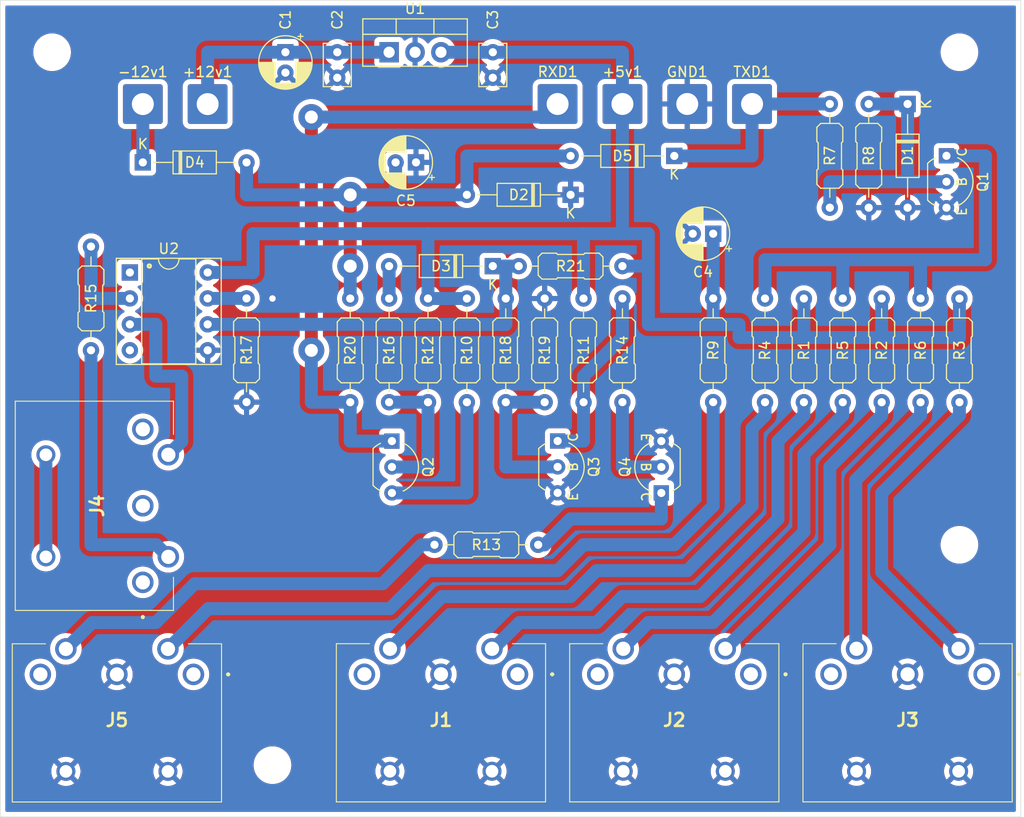
<source format=kicad_pcb>
(kicad_pcb (version 20241229) (generator "pcbnew") (generator_version "9.0")
  (title_block (comment 4 "AISLER Project ID: TXHNPXDB"))
  (layers (0 "F.Cu" signal) (2 "B.Cu" signal) (13 "F.Paste" user) (15 "B.Paste" user) (5 "F.SilkS" user "F.Silkscreen") (7 "B.SilkS" user "B.Silkscreen") (1 "F.Mask" user) (3 "B.Mask" user) (25 "Edge.Cuts" user))
  (net 0 "")
  (net 1 "Net-(D1-K)")
  (net 4 "Net-(J1-Pad5)")
  (net 5 "Net-(J1-Pad4)")
  (net 6 "Net-(J2-Pad5)")
  (net 7 "Net-(J2-Pad4)")
  (net 11 "Net-(J3-Pad5)")
  (net 12 "Net-(J3-Pad4)")
  (net 16 "Net-(J4-Pad4)")
  (net 18 "Net-(-12v1-Pin_1)")
  (net 20 "Net-(J5-Pad4)")
  (net 22 "Net-(J5-Pad5)")
  (net 23 "Net-(Q1-C)")
  (net 24 "Net-(Q2-B)")
  (net 25 "Net-(Q3-C)")
  (net 26 "Net-(Q3-B)")
  (net 27 "Net-(Q4-B)")
  (net 28 "Net-(Q4-C)")
  (net 29 "Net-(U2-C2)")
  (net 30 "Net-(Q2-E)")
  (net 31 "Net-(U2-C1)")
  (net 32 "Net-(D3-A)")
  (net 33 "Net-(U2-VO1)")
  (net 34 "+5V")
  (net 35 "Net-(Q2-C)")
  (net 36 "Net-(D2-A)")
  (net 37 "GND")
  (net 38 "Net-(J4-PadMH1)")
  (net 39 "Net-(+12v1-Pin_1)")
  (net 42 "Net-(D3-K)")
  (net 43 "Net-(D5-K)")
  (footprint "PCM_Resistor_THT_AKL:R_Axial_DIN0207_L6.3mm_D2.5mm_P10.16mm_Horizontal" (layer "F.Cu") (at 58.42 52.07 90)
    (property "Reference" "R10" (at 5.08 0 90) (layer "F.SilkS"))
    (property "Value" "82R" (hide yes))
    (pad "1" thru_hole circle (at 0 0 90) (size 1.6 1.6) (drill 0.8) (layers "*.Cu" "*.Mask") (net 30 "Net-(Q2-E)"))
    (pad "2" thru_hole oval (at 10.16 0 90) (size 1.6 1.6) (drill 0.8) (layers "*.Cu" "*.Mask") (net 34 "+5V"))
  )
  (footprint "KCDX-5S-N:KCDX5SN" (layer "F.Cu") (at 31.63 78.74)
    (property "Reference" "J5" (at -7.5 4.475 0) (layer "F.SilkS") (effects (font (size 1.27 1.27) (thickness 0.254))))
    (property "Value" "DIN-5_180degree" (hide yes))
    (pad "1" thru_hole circle (at 0 0) (size 2.1 2.1) (drill 1.4) (layers "*.Cu" "*.Mask"))
    (pad "2" thru_hole circle (at -7.5 0) (size 2.1 2.1) (drill 1.4) (layers "*.Cu" "*.Mask") (net 37 "GND"))
    (pad "3" thru_hole circle (at -15 0) (size 2.1 2.1) (drill 1.4) (layers "*.Cu" "*.Mask"))
    (pad "4" thru_hole circle (at -2.5 -2.5) (size 2.1 2.1) (drill 1.4) (layers "*.Cu" "*.Mask") (net 20 "Net-(J5-Pad4)"))
    (pad "5" thru_hole circle (at -12.5 -2.5) (size 2.1 2.1) (drill 1.4) (layers "*.Cu" "*.Mask") (net 22 "Net-(J5-Pad5)"))
    (pad "MH1" thru_hole circle (at -2.5 9.5) (size 1.86 1.86) (drill 1.24) (layers "*.Cu" "*.Mask") (net 37 "GND"))
    (pad "MH2" thru_hole circle (at -12.5 9.5) (size 1.86 1.86) (drill 1.24) (layers "*.Cu" "*.Mask") (net 37 "GND"))
  )
  (footprint "Connector_Wire:SolderWire-1.5sqmm_1x01_D1.7mm_OD3.9mm" (layer "F.Cu") (at 73.66 22.85)
    (property "Reference" "+5v1" (at 0 -3.15 0) (layer "F.SilkS"))
    (property "Value" "Conn_01x01")
    (pad "1" thru_hole roundrect (at 0 0) (size 3.9 3.9) (drill 2.15) (layers "*.Cu" "*.Mask") (roundrect_rratio 0.064103) (net 34 "+5V"))
  )
  (footprint "MountingHole:MountingHole_3.2mm_M3" (layer "F.Cu") (at 106.68 17.78)
    (property "Reference" "H2" (hide yes))
    (property "Value" "MountingHole" (hide yes))
    (pad "" np_thru_hole circle (at 0 0) (size 3.2 3.2) (drill 3.2) (layers "*.Cu" "*.Mask"))
  )
  (footprint "KCDX-5S-N:KCDX5SN" (layer "F.Cu") (at 109.1 78.73)
    (property "Reference" "J3" (at -7.5 4.475 0) (layer "F.SilkS") (effects (font (size 1.27 1.27) (thickness 0.254))))
    (property "Value" "DIN-5_180degree" (hide yes))
    (pad "1" thru_hole circle (at 0 0) (size 2.1 2.1) (drill 1.4) (layers "*.Cu" "*.Mask"))
    (pad "2" thru_hole circle (at -7.5 0) (size 2.1 2.1) (drill 1.4) (layers "*.Cu" "*.Mask") (net 37 "GND"))
    (pad "3" thru_hole circle (at -15 0) (size 2.1 2.1) (drill 1.4) (layers "*.Cu" "*.Mask"))
    (pad "4" thru_hole circle (at -2.5 -2.5) (size 2.1 2.1) (drill 1.4) (layers "*.Cu" "*.Mask") (net 12 "Net-(J3-Pad4)"))
    (pad "5" thru_hole circle (at -12.5 -2.5) (size 2.1 2.1) (drill 1.4) (layers "*.Cu" "*.Mask") (net 11 "Net-(J3-Pad5)"))
    (pad "MH1" thru_hole circle (at -2.5 9.5) (size 1.86 1.86) (drill 1.24) (layers "*.Cu" "*.Mask") (net 37 "GND"))
    (pad "MH2" thru_hole circle (at -12.5 9.5) (size 1.86 1.86) (drill 1.24) (layers "*.Cu" "*.Mask") (net 37 "GND"))
  )
  (footprint "PCM_Resistor_THT_AKL:R_Axial_DIN0207_L6.3mm_D2.5mm_P10.16mm_Horizontal" (layer "F.Cu") (at 87.63 52.07 90)
    (property "Reference" "R4" (at 5.08 0 90) (layer "F.SilkS"))
    (property "Value" "220R" (hide yes))
    (pad "1" thru_hole circle (at 0 0 90) (size 1.6 1.6) (drill 0.8) (layers "*.Cu" "*.Mask") (net 4 "Net-(J1-Pad5)"))
    (pad "2" thru_hole oval (at 10.16 0 90) (size 1.6 1.6) (drill 0.8) (layers "*.Cu" "*.Mask") (net 23 "Net-(Q1-C)"))
  )
  (footprint "Connector_Wire:SolderWire-1.5sqmm_1x01_D1.7mm_OD3.9mm" (layer "F.Cu") (at 33.02 22.86)
    (property "Reference" "+12v1" (at 0 -3.15 0) (layer "F.SilkS"))
    (property "Value" "Conn_01x01")
    (pad "1" thru_hole roundrect (at 0 0) (size 3.9 3.9) (drill 2.15) (layers "*.Cu" "*.Mask") (roundrect_rratio 0.064103) (net 39 "Net-(+12v1-Pin_1)"))
  )
  (footprint "Package_TO_SOT_THT:TO-220-3_Vertical" (layer "F.Cu") (at 50.8 17.78)
    (property "Reference" "U1" (at 2.54 -4.27 0) (layer "F.SilkS"))
    (property "Value" "L7805")
    (pad "1" thru_hole rect (at 0 0) (size 1.905 2) (drill 1.1) (layers "*.Cu" "*.Mask") (net 39 "Net-(+12v1-Pin_1)"))
    (pad "2" thru_hole oval (at 2.54 0) (size 1.905 2) (drill 1.1) (layers "*.Cu" "*.Mask") (net 37 "GND"))
    (pad "3" thru_hole oval (at 5.08 0) (size 1.905 2) (drill 1.1) (layers "*.Cu" "*.Mask") (net 34 "+5V"))
  )
  (footprint "PCM_Package_TO_SOT_THT_AKL:TO-92_Inline_Wide_CBE" (layer "F.Cu") (at 67.31 55.87 -90)
    (property "Reference" "Q3" (at 2.54 -3.56 90) (layer "F.SilkS"))
    (property "Value" "BC547" (hide yes))
    (fp_text user "B" (at 2.54 -1.524 90) (layer "F.SilkS") (effects (font (size 0.9 0.9))))
    (fp_text user "E" (at 5.461 -1.524 90) (layer "F.SilkS") (effects (font (size 0.9 0.9))))
    (fp_text user "C" (at -0.381 -1.524 90) (layer "F.SilkS") (effects (font (size 0.9 0.9))))
    (pad "1" thru_hole rect (at 0 0) (size 1.5 1.5) (drill 0.8) (layers "*.Cu" "*.Mask") (net 25 "Net-(Q3-C)"))
    (pad "2" thru_hole circle (at 2.54 0) (size 1.5 1.5) (drill 0.8) (layers "*.Cu" "*.Mask") (net 26 "Net-(Q3-B)"))
    (pad "3" thru_hole circle (at 5.08 0) (size 1.5 1.5) (drill 0.8) (layers "*.Cu" "*.Mask") (net 37 "GND"))
  )
  (footprint "PCM_Resistor_THT_AKL:R_Axial_DIN0207_L6.3mm_D2.5mm_P10.16mm_Horizontal" (layer "F.Cu") (at 65.405 66.04 180)
    (property "Reference" "R13" (at 5.08 0 0) (layer "F.SilkS"))
    (property "Value" "220R" (hide yes))
    (pad "1" thru_hole circle (at 0 0 180) (size 1.6 1.6) (drill 0.8) (layers "*.Cu" "*.Mask") (net 28 "Net-(Q4-C)"))
    (pad "2" thru_hole oval (at 10.16 0 180) (size 1.6 1.6) (drill 0.8) (layers "*.Cu" "*.Mask") (net 22 "Net-(J5-Pad5)"))
  )
  (footprint "PCM_Resistor_THT_AKL:R_Axial_DIN0207_L6.3mm_D2.5mm_P10.16mm_Horizontal" (layer "F.Cu") (at 50.8 52.07 90)
    (property "Reference" "R16" (at 5.08 0 90) (layer "F.SilkS"))
    (property "Value" "2k7" (hide yes))
    (pad "1" thru_hole circle (at 0 0 90) (size 1.6 1.6) (drill 0.8) (layers "*.Cu" "*.Mask") (net 24 "Net-(Q2-B)"))
    (pad "2" thru_hole oval (at 10.16 0 90) (size 1.6 1.6) (drill 0.8) (layers "*.Cu" "*.Mask") (net 32 "Net-(D3-A)"))
  )
  (footprint "Capacitor_THT:CP_Radial_D5.0mm_P2.00mm" (layer "F.Cu") (at 82.55 35.56 180)
    (property "Reference" "C4" (at 1 -3.75 0) (layer "F.SilkS"))
    (property "Value" "10µ 25v")
    (pad "1" thru_hole rect (at 0 0 180) (size 1.6 1.6) (drill 0.8) (layers "*.Cu" "*.Mask") (net 34 "+5V"))
    (pad "2" thru_hole circle (at 2 0 180) (size 1.6 1.6) (drill 0.8) (layers "*.Cu" "*.Mask") (net 37 "GND"))
  )
  (footprint "PCM_Resistor_THT_AKL:R_Axial_DIN0207_L6.3mm_D2.5mm_P10.16mm_Horizontal" (layer "F.Cu") (at 93.98 33.01 90)
    (property "Reference" "R7" (at 5.08 0 90) (layer "F.SilkS"))
    (property "Value" "5k6" (hide yes))
    (pad "1" thru_hole circle (at 0 0 90) (size 1.6 1.6) (drill 0.8) (layers "*.Cu" "*.Mask") (net 1 "Net-(D1-K)"))
    (pad "2" thru_hole oval (at 10.16 0 90) (size 1.6 1.6) (drill 0.8) (layers "*.Cu" "*.Mask") (net 43 "Net-(D5-K)"))
  )
  (footprint "Connector_Wire:SolderWire-1.5sqmm_1x01_D1.7mm_OD3.9mm" (layer "F.Cu") (at 26.67 22.86)
    (property "Reference" "-12v1" (at 0 -3.15 0) (layer "F.SilkS"))
    (property "Value" "Conn_01x01")
    (pad "1" thru_hole roundrect (at 0 0) (size 3.9 3.9) (drill 2.15) (layers "*.Cu" "*.Mask") (roundrect_rratio 0.064103) (net 18 "Net-(-12v1-Pin_1)"))
  )
  (footprint "Diode_THT:D_DO-35_SOD27_P10.16mm_Horizontal" (layer "F.Cu") (at 26.67 28.575)
    (property "Reference" "D4" (at 5.08 0 0) (layer "F.SilkS"))
    (property "Value" "1N4148")
    (fp_text user "K" (at 0 -1.8 0) (layer "F.SilkS"))
    (pad "1" thru_hole rect (at 0 0) (size 1.6 1.6) (drill 0.8) (layers "*.Cu" "*.Mask") (net 18 "Net-(-12v1-Pin_1)"))
    (pad "2" thru_hole oval (at 10.16 0) (size 1.6 1.6) (drill 0.8) (layers "*.Cu" "*.Mask") (net 36 "Net-(D2-A)"))
  )
  (footprint "PCM_Resistor_THT_AKL:R_Axial_DIN0207_L6.3mm_D2.5mm_P10.16mm_Horizontal" (layer "F.Cu") (at 91.44 41.91 -90)
    (property "Reference" "R1" (at 5.08 0 270) (layer "F.SilkS"))
    (property "Value" "220R" (hide yes))
    (pad "1" thru_hole circle (at 0 0 270) (size 1.6 1.6) (drill 0.8) (layers "*.Cu" "*.Mask") (net 34 "+5V"))
    (pad "2" thru_hole oval (at 10.16 0 270) (size 1.6 1.6) (drill 0.8) (layers "*.Cu" "*.Mask") (net 5 "Net-(J1-Pad4)"))
  )
  (footprint "PCM_Resistor_THT_AKL:R_Axial_DIN0207_L6.3mm_D2.5mm_P10.16mm_Horizontal" (layer "F.Cu") (at 102.87 52.07 90)
    (property "Reference" "R6" (at 5.08 0 90) (layer "F.SilkS"))
    (property "Value" "220R" (hide yes))
    (pad "1" thru_hole circle (at 0 0 90) (size 1.6 1.6) (drill 0.8) (layers "*.Cu" "*.Mask") (net 11 "Net-(J3-Pad5)"))
    (pad "2" thru_hole oval (at 10.16 0 90) (size 1.6 1.6) (drill 0.8) (layers "*.Cu" "*.Mask") (net 23 "Net-(Q1-C)"))
  )
  (footprint "Capacitor_THT:C_Rect_L4.0mm_W2.5mm_P2.50mm" (layer "F.Cu") (at 45.72 17.78 -90)
    (property "Reference" "C2" (at -3.175 0 90) (layer "F.SilkS"))
    (property "Value" "100nF")
    (pad "1" thru_hole circle (at 0 0 270) (size 1.6 1.6) (drill 0.8) (layers "*.Cu" "*.Mask") (net 39 "Net-(+12v1-Pin_1)"))
    (pad "2" thru_hole circle (at 2.5 0 270) (size 1.6 1.6) (drill 0.8) (layers "*.Cu" "*.Mask") (net 37 "GND"))
  )
  (footprint "Diode_THT:D_DO-35_SOD27_P10.16mm_Horizontal" (layer "F.Cu") (at 78.74 27.94 180)
    (property "Reference" "D5" (at 5.08 0 0) (layer "F.SilkS"))
    (property "Value" "1N4148")
    (fp_text user "K" (at 0 -1.8 0) (layer "F.SilkS"))
    (pad "1" thru_hole rect (at 0 0 180) (size 1.6 1.6) (drill 0.8) (layers "*.Cu" "*.Mask") (net 43 "Net-(D5-K)"))
    (pad "2" thru_hole oval (at 10.16 0 180) (size 1.6 1.6) (drill 0.8) (layers "*.Cu" "*.Mask") (net 36 "Net-(D2-A)"))
  )
  (footprint "PCM_Resistor_THT_AKL:R_Axial_DIN0207_L6.3mm_D2.5mm_P10.16mm_Horizontal" (layer "F.Cu") (at 106.68 41.91 -90)
    (property "Reference" "R3" (at 5.08 0 270) (layer "F.SilkS"))
    (property "Value" "220R" (hide yes))
    (pad "1" thru_hole circle (at 0 0 270) (size 1.6 1.6) (drill 0.8) (layers "*.Cu" "*.Mask") (net 34 "+5V"))
    (pad "2" thru_hole oval (at 10.16 0 270) (size 1.6 1.6) (drill 0.8) (layers "*.Cu" "*.Mask") (net 12 "Net-(J3-Pad4)"))
  )
  (footprint "Capacitor_THT:C_Rect_L4.0mm_W2.5mm_P2.50mm" (layer "F.Cu") (at 60.96 17.78 -90)
    (property "Reference" "C3" (at -3.175 0 90) (layer "F.SilkS"))
    (property "Value" "100nF")
    (pad "1" thru_hole circle (at 0 0 270) (size 1.6 1.6) (drill 0.8) (layers "*.Cu" "*.Mask") (net 34 "+5V"))
    (pad "2" thru_hole circle (at 2.5 0 270) (size 1.6 1.6) (drill 0.8) (layers "*.Cu" "*.Mask") (net 37 "GND"))
  )
  (footprint "Diode_THT:D_DO-35_SOD27_P10.16mm_Horizontal" (layer "F.Cu") (at 101.6 22.85 -90)
    (property "Reference" "D1" (at 5.08 0 270) (layer "F.SilkS"))
    (property "Value" "1N4148")
    (fp_text user "K" (at 0 -1.8 270) (layer "F.SilkS"))
    (pad "1" thru_hole rect (at 0 0 270) (size 1.6 1.6) (drill 0.8) (layers "*.Cu" "*.Mask") (net 1 "Net-(D1-K)"))
    (pad "2" thru_hole oval (at 10.16 0 270) (size 1.6 1.6) (drill 0.8) (layers "*.Cu" "*.Mask") (net 37 "GND"))
  )
  (footprint "PCM_Package_TO_SOT_THT_AKL:TO-92_Inline_Wide_CBE" (layer "F.Cu") (at 105.41 27.93 -90)
    (property "Reference" "Q1" (at 2.54 -3.56 90) (layer "F.SilkS"))
    (property "Value" "BC547" (hide yes))
    (fp_text user "B" (at 2.54 -1.524 90) (layer "F.SilkS") (effects (font (size 0.9 0.9))))
    (fp_text user "C" (at -0.381 -1.524 90) (layer "F.SilkS") (effects (font (size 0.9 0.9))))
    (fp_text user "E" (at 5.461 -1.524 90) (layer "F.SilkS") (effects (font (size 0.9 0.9))))
    (pad "1" thru_hole rect (at 0 0) (size 1.5 1.5) (drill 0.8) (layers "*.Cu" "*.Mask") (net 23 "Net-(Q1-C)"))
    (pad "2" thru_hole circle (at 2.54 0) (size 1.5 1.5) (drill 0.8) (layers "*.Cu" "*.Mask") (net 1 "Net-(D1-K)"))
    (pad "3" thru_hole circle (at 5.08 0) (size 1.5 1.5) (drill 0.8) (layers "*.Cu" "*.Mask") (net 37 "GND"))
  )
  (footprint "Package_TO_SOT_THT:TO-92_Inline_Wide" (layer "F.Cu") (at 51.075 55.88 -90)
    (property "Reference" "Q2" (at 2.54 -3.56 270) (layer "F.SilkS"))
    (property "Value" "BC557")
    (pad "1" thru_hole rect (at 0 0 270) (size 1.5 1.5) (drill 0.8) (layers "*.Cu" "*.Mask") (net 35 "Net-(Q2-C)"))
    (pad "2" thru_hole circle (at 2.54 0 270) (size 1.5 1.5) (drill 0.8) (layers "*.Cu" "*.Mask") (net 24 "Net-(Q2-B)"))
    (pad "3" thru_hole circle (at 5.08 0 270) (size 1.5 1.5) (drill 0.8) (layers "*.Cu" "*.Mask") (net 30 "Net-(Q2-E)"))
  )
  (footprint "Diode_THT:D_DO-35_SOD27_P10.16mm_Horizontal" (layer "F.Cu") (at 68.58 31.75 180)
    (property "Reference" "D2" (at 5.08 0 0) (layer "F.SilkS"))
    (property "Value" "1N4148")
    (fp_text user "K" (at 0 -1.8 0) (layer "F.SilkS"))
    (pad "1" thru_hole rect (at 0 0 180) (size 1.6 1.6) (drill 0.8) (layers "*.Cu" "*.Mask") (net 37 "GND"))
    (pad "2" thru_hole oval (at 10.16 0 180) (size 1.6 1.6) (drill 0.8) (layers "*.Cu" "*.Mask") (net 36 "Net-(D2-A)"))
  )
  (footprint "Diode_THT:D_DO-35_SOD27_P10.16mm_Horizontal" (layer "F.Cu") (at 60.96 38.735 180)
    (property "Reference" "D3" (at 5.08 0 180) (layer "F.SilkS"))
    (property "Value" "1N4148")
    (fp_text user "K" (at 0 -1.8 180) (layer "F.SilkS"))
    (pad "1" thru_hole rect (at 0 0 180) (size 1.6 1.6) (drill 0.8) (layers "*.Cu" "*.Mask") (net 42 "Net-(D3-K)"))
    (pad "2" thru_hole oval (at 10.16 0 180) (size 1.6 1.6) (drill 0.8) (layers "*.Cu" "*.Mask") (net 32 "Net-(D3-A)"))
  )
  (footprint "Connector_Wire:SolderWire-1.5sqmm_1x01_D1.7mm_OD3.9mm" (layer "F.Cu") (at 86.36 22.85)
    (property "Reference" "TXD1" (at 0 -3.15 0) (layer "F.SilkS"))
    (property "Value" "Conn_01x01")
    (pad "1" thru_hole roundrect (at 0 0) (size 3.9 3.9) (drill 2.15) (layers "*.Cu" "*.Mask") (roundrect_rratio 0.064103) (net 43 "Net-(D5-K)"))
  )
  (footprint "PCM_Resistor_THT_AKL:R_Axial_DIN0207_L6.3mm_D2.5mm_P10.16mm_Horizontal" (layer "F.Cu") (at 21.59 36.82 -90)
    (property "Reference" "R15" (at 5.08 0 90) (layer "F.SilkS"))
    (property "Value" "220R" (hide yes))
    (pad "1" thru_hole circle (at 0 0 270) (size 1.6 1.6) (drill 0.8) (layers "*.Cu" "*.Mask") (net 31 "Net-(U2-C1)"))
    (pad "2" thru_hole oval (at 10.16 0 270) (size 1.6 1.6) (drill 0.8) (layers "*.Cu" "*.Mask") (net 16 "Net-(J4-Pad4)"))
  )
  (footprint "Connector_Wire:SolderWire-1.5sqmm_1x01_D1.7mm_OD3.9mm" (layer "F.Cu") (at 80.01 22.85)
    (property "Reference" "GND1" (at 0 -3.15 0) (layer "F.SilkS"))
    (property "Value" "Conn_01x01")
    (pad "1" thru_hole roundrect (at 0 0) (size 3.9 3.9) (drill 2.15) (layers "*.Cu" "*.Mask") (roundrect_rratio 0.064103) (net 37 "GND"))
  )
  (footprint "PCM_Resistor_THT_AKL:R_Axial_DIN0207_L6.3mm_D2.5mm_P10.16mm_Horizontal" (layer "F.Cu") (at 69.85 41.91 -90)
    (property "Reference" "R11" (at 5.08 0 270) (layer "F.SilkS"))
    (property "Value" "3k9" (hide yes))
    (pad "1" thru_hole circle (at 0 0 270) (size 1.6 1.6) (drill 0.8) (layers "*.Cu" "*.Mask") (net 34 "+5V"))
    (pad "2" thru_hole oval (at 10.16 0 270) (size 1.6 1.6) (drill 0.8) (layers "*.Cu" "*.Mask") (net 25 "Net-(Q3-C)"))
  )
  (footprint "MountingHole:MountingHole_3.2mm_M3" (layer "F.Cu") (at 106.68 66.04)
    (property "Reference" "H4" (hide yes))
    (property "Value" "MountingHole" (hide yes))
    (pad "" np_thru_hole circle (at 0 0) (size 3.2 3.2) (drill 3.2) (layers "*.Cu" "*.Mask"))
  )
  (footprint "PCM_Resistor_THT_AKL:R_Axial_DIN0207_L6.3mm_D2.5mm_P10.16mm_Horizontal" (layer "F.Cu") (at 73.66 41.9 -90)
    (property "Reference" "R14" (at 5.08 0 90) (layer "F.SilkS"))
    (property "Value" "4k7" (hide yes))
    (pad "1" thru_hole circle (at 0 0 270) (size 1.6 1.6) (drill 0.8) (layers "*.Cu" "*.Mask") (net 25 "Net-(Q3-C)"))
    (pad "2" thru_hole oval (at 10.16 0 270) (size 1.6 1.6) (drill 0.8) (layers "*.Cu" "*.Mask") (net 27 "Net-(Q4-B)"))
  )
  (footprint "PCM_Resistor_THT_AKL:R_Axial_DIN0207_L6.3mm_D2.5mm_P10.16mm_Horizontal" (layer "F.Cu") (at 97.79 22.85 -90)
    (property "Reference" "R8" (at 5.08 0 270) (layer "F.SilkS"))
    (property "Value" "1k8" (hide yes))
    (pad "1" thru_hole circle (at 0 0 270) (size 1.6 1.6) (drill 0.8) (layers "*.Cu" "*.Mask") (net 1 "Net-(D1-K)"))
    (pad "2" thru_hole oval (at 10.16 0 270) (size 1.6 1.6) (drill 0.8) (layers "*.Cu" "*.Mask") (net 37 "GND"))
  )
  (footprint "PCM_Resistor_THT_AKL:R_Axial_DIN0207_L6.3mm_D2.5mm_P10.16mm_Horizontal" (layer "F.Cu") (at 95.25 52.07 90)
    (property "Reference" "R5" (at 5.08 0 90) (layer "F.SilkS"))
    (property "Value" "220R" (hide yes))
    (pad "1" thru_hole circle (at 0 0 90) (size 1.6 1.6) (drill 0.8) (layers "*.Cu" "*.Mask") (net 6 "Net-(J2-Pad5)"))
    (pad "2" thru_hole oval (at 10.16 0 90) (size 1.6 1.6) (drill 0.8) (layers "*.Cu" "*.Mask") (net 23 "Net-(Q1-C)"))
  )
  (footprint "PCM_Resistor_THT_AKL:R_Axial_DIN0207_L6.3mm_D2.5mm_P10.16mm_Horizontal" (layer "F.Cu") (at 73.66 38.735 180)
    (property "Reference" "R21" (at 5.08 0 0) (layer "F.SilkS"))
    (property "Value" "1k5" (hide yes))
    (pad "1" thru_hole circle (at 0 0 180) (size 1.6 1.6) (drill 0.8) (layers "*.Cu" "*.Mask") (net 34 "+5V"))
    (pad "2" thru_hole oval (at 10.16 0 180) (size 1.6 1.6) (drill 0.8) (layers "*.Cu" "*.Mask") (net 42 "Net-(D3-K)"))
  )
  (footprint "PCM_Resistor_THT_AKL:R_Axial_DIN0207_L6.3mm_D2.5mm_P10.16mm_Horizontal" (layer "F.Cu") (at 99.06 41.91 -90)
    (property "Reference" "R2" (at 5.08 0 270) (layer "F.SilkS"))
    (property "Value" "220R" (hide yes))
    (pad "1" thru_hole circle (at 0 0 270) (size 1.6 1.6) (drill 0.8) (layers "*.Cu" "*.Mask") (net 34 "+5V"))
    (pad "2" thru_hole oval (at 10.16 0 270) (size 1.6 1.6) (drill 0.8) (layers "*.Cu" "*.Mask") (net 7 "Net-(J2-Pad4)"))
  )
  (footprint "Connector_Wire:SolderWire-1.5sqmm_1x01_D1.7mm_OD3.9mm" (layer "F.Cu") (at 67.31 22.85)
    (property "Reference" "RXD1" (at 0 -3.15 0) (layer "F.SilkS"))
    (property "Value" "Conn_01x01")
    (pad "1" thru_hole roundrect (at 0 0) (size 3.9 3.9) (drill 2.15) (layers "*.Cu" "*.Mask") (roundrect_rratio 0.064103) (net 35 "Net-(Q2-C)"))
  )
  (footprint "KCDX-5S-N:KCDX5SN" (layer "F.Cu") (at 26.67 69.72 -90)
    (property "Reference" "J4" (at -7.5 4.475 90) (layer "F.SilkS") (effects (font (size 1.27 1.27) (thickness 0.254))))
    (property "Value" "DIN-5_180degree" (hide yes))
    (pad "1" thru_hole circle (at 0 0 270) (size 2.1 2.1) (drill 1.4) (layers "*.Cu" "*.Mask"))
    (pad "2" thru_hole circle (at -7.5 0 270) (size 2.1 2.1) (drill 1.4) (layers "*.Cu" "*.Mask"))
    (pad "3" thru_hole circle (at -15 0 270) (size 2.1 2.1) (drill 1.4) (layers "*.Cu" "*.Mask"))
    (pad "4" thru_hole circle (at -2.5 -2.5 270) (size 2.1 2.1) (drill 1.4) (layers "*.Cu" "*.Mask") (net 16 "Net-(J4-Pad4)"))
    (pad "5" thru_hole circle (at -12.5 -2.5 270) (size 2.1 2.1) (drill 1.4) (layers "*.Cu" "*.Mask") (net 29 "Net-(U2-C2)"))
    (pad "MH1" thru_hole circle (at -2.5 9.5 270) (size 1.86 1.86) (drill 1.24) (layers "*.Cu" "*.Mask") (net 38 "Net-(J4-PadMH1)"))
    (pad "MH2" thru_hole circle (at -12.5 9.5 270) (size 1.86 1.86) (drill 1.24) (layers "*.Cu" "*.Mask") (net 38 "Net-(J4-PadMH1)"))
  )
  (footprint "PCM_Resistor_THT_AKL:R_Axial_DIN0207_L6.3mm_D2.5mm_P10.16mm_Horizontal" (layer "F.Cu") (at 66.04 52.07 90)
    (property "Reference" "R19" (at 5.08 0 90) (layer "F.SilkS"))
    (property "Value" "3k9" (hide yes))
    (pad "1" thru_hole circle (at 0 0 90) (size 1.6 1.6) (drill 0.8) (layers "*.Cu" "*.Mask") (net 26 "Net-(Q3-B)"))
    (pad "2" thru_hole oval (at 10.16 0 90) (size 1.6 1.6) (drill 0.8) (layers "*.Cu" "*.Mask") (net 37 "GND"))
  )
  (footprint "PCM_Package_TO_SOT_THT_AKL:TO-92_Inline_Wide_CBE" (layer "F.Cu") (at 77.47 60.96 90)
    (property "Reference" "Q4" (at 2.54 -3.56 90) (layer "F.SilkS"))
    (property "Value" "BC547" (hide yes))
    (fp_text user "C" (at -0.381 -1.524 270) (layer "F.SilkS") (effects (font (size 0.9 0.9))))
    (fp_text user "E" (at 5.461 -1.524 270) (layer "F.SilkS") (effects (font (size 0.9 0.9))))
    (fp_text user "B" (at 2.54 -1.524 270) (layer "F.SilkS") (effects (font (size 0.9 0.9))))
    (pad "1" thru_hole rect (at 0 0 180) (size 1.5 1.5) (drill 0.8) (layers "*.Cu" "*.Mask") (net 28 "Net-(Q4-C)"))
    (pad "2" thru_hole circle (at 2.54 0 180) (size 1.5 1.5) (drill 0.8) (layers "*.Cu" "*.Mask") (net 27 "Net-(Q4-B)"))
    (pad "3" thru_hole circle (at 5.08 0 180) (size 1.5 1.5) (drill 0.8) (layers "*.Cu" "*.Mask") (net 37 "GND"))
  )
  (footprint "KCDX-5S-N:KCDX5SN" (layer "F.Cu") (at 63.38 78.73)
    (property "Reference" "J1" (at -7.5 4.475 0) (layer "F.SilkS") (effects (font (size 1.27 1.27) (thickness 0.254))))
    (property "Value" "DIN-5_180degree" (hide yes))
    (pad "1" thru_hole circle (at 0 0) (size 2.1 2.1) (drill 1.4) (layers "*.Cu" "*.Mask"))
    (pad "2" thru_hole circle (at -7.5 0) (size 2.1 2.1) (drill 1.4) (layers "*.Cu" "*.Mask") (net 37 "GND"))
    (pad "3" thru_hole circle (at -15 0) (size 2.1 2.1) (drill 1.4) (layers "*.Cu" "*.Mask"))
    (pad "4" thru_hole circle (at -2.5 -2.5) (size 2.1 2.1) (drill 1.4) (layers "*.Cu" "*.Mask") (net 5 "Net-(J1-Pad4)"))
    (pad "5" thru_hole circle (at -12.5 -2.5) (size 2.1 2.1) (drill 1.4) (layers "*.Cu" "*.Mask") (net 4 "Net-(J1-Pad5)"))
    (pad "MH1" thru_hole circle (at -2.5 9.5) (size 1.86 1.86) (drill 1.24) (layers "*.Cu" "*.Mask") (net 37 "GND"))
    (pad "MH2" thru_hole circle (at -12.5 9.5) (size 1.86 1.86) (drill 1.24) (layers "*.Cu" "*.Mask") (net 37 "GND"))
  )
  (footprint "PCM_Resistor_THT_AKL:R_Axial_DIN0207_L6.3mm_D2.5mm_P10.16mm_Horizontal" (layer "F.Cu") (at 54.61 52.07 90)
    (property "Reference" "R12" (at 5.08 0 90) (layer "F.SilkS"))
    (property "Value" "2k2" (hide yes))
    (pad "1" thru_hole circle (at 0 0 90) (size 1.6 1.6) (drill 0.8) (layers "*.Cu" "*.Mask") (net 24 "Net-(Q2-B)"))
    (pad "2" thru_hole oval (at 10.16 0 90) (size 1.6 1.6) (drill 0.8) (layers "*.Cu" "*.Mask") (net 34 "+5V"))
  )
  (footprint "PCM_Resistor_THT_AKL:R_Axial_DIN0207_L6.3mm_D2.5mm_P10.16mm_Horizontal" (layer "F.Cu") (at 82.55 41.9 -90)
    (property "Reference" "R9" (at 5.08 0 270) (layer "F.SilkS"))
    (property "Value" "220R" (hide yes))
    (pad "1" thru_hole circle (at 0 0 270) (size 1.6 1.6) (drill 0.8) (layers "*.Cu" "*.Mask") (net 34 "+5V"))
    (pad "2" thru_hole oval (at 10.16 0 270) (size 1.6 1.6) (drill 0.8) (layers "*.Cu" "*.Mask") (net 20 "Net-(J5-Pad4)"))
  )
  (footprint "Capacitor_THT:CP_Radial_D5.0mm_P2.00mm" (layer "F.Cu") (at 40.64 17.78 -90)
    (property "Reference" "C1" (at -3.175 0 90) (layer "F.SilkS"))
    (property "Value" "10µ 25v")
    (pad "1" thru_hole rect (at 0 0 270) (size 1.6 1.6) (drill 0.8) (layers "*.Cu" "*.Mask") (net 39 "Net-(+12v1-Pin_1)"))
    (pad "2" thru_hole circle (at 2 0 270) (size 1.6 1.6) (drill 0.8) (layers "*.Cu" "*.Mask") (net 37 "GND"))
  )
  (footprint "Capacitor_THT:CP_Radial_D5.0mm_P2.00mm" (layer "F.Cu") (at 53.435 28.575 180)
    (property "Reference" "C5" (at 1 -3.75 0) (layer "F.SilkS"))
    (property "Value" "10µ 25v")
    (pad "1" thru_hole rect (at 0 0 180) (size 1.6 1.6) (drill 0.8) (layers "*.Cu" "*.Mask") (net 37 "GND"))
    (pad "2" thru_hole circle (at 2 0 180) (size 1.6 1.6) (drill 0.8) (layers "*.Cu" "*.Mask") (net 36 "Net-(D2-A)"))
  )
  (footprint "MountingHole:MountingHole_3.2mm_M3" (layer "F.Cu") (at 17.78 17.78)
    (property "Reference" "H1" (hide yes))
    (property "Value" "MountingHole" (hide yes))
    (pad "" np_thru_hole circle (at 0 0) (size 3.2 3.2) (drill 3.2) (layers "*.Cu" "*.Mask"))
  )
  (footprint "PCM_Resistor_THT_AKL:R_Axial_DIN0207_L6.3mm_D2.5mm_P10.16mm_Horizontal" (layer "F.Cu") (at 46.99 41.91 -90)
    (property "Reference" "R20" (at 5.08 0 90) (layer "F.SilkS"))
    (property "Value" "1k8" (hide yes))
    (pad "1" thru_hole circle (at 0 0 270) (size 1.6 1.6) (drill 0.8) (layers "*.Cu" "*.Mask") (net 36 "Net-(D2-A)"))
    (pad "2" thru_hole oval (at 10.16 0 270) (size 1.6 1.6) (drill 0.8) (layers "*.Cu" "*.Mask") (net 35 "Net-(Q2-C)"))
  )
  (footprint "PCM_Package_DIP_AKL:DIP-8_W7.62mm_Socket" (layer "F.Cu") (at 25.4 39.36)
    (property "Reference" "U2" (at 3.81 -2.33 0) (layer "F.SilkS"))
    (property "Value" "6N138" (hide yes))
    (pad "1" thru_hole rect (at 0 0) (size 1.6 1.6) (drill 0.8) (layers "*.Cu" "*.Mask"))
    (pad "2" thru_hole oval (at 0 2.54) (size 1.6 1.6) (drill 0.8) (layers "*.Cu" "*.Mask") (net 31 "Net-(U2-C1)"))
    (pad "3" thru_hole oval (at 0 5.08) (size 1.6 1.6) (drill 0.8) (layers "*.Cu" "*.Mask") (net 29 "Net-(U2-C2)"))
    (pad "4" thru_hole oval (at 0 7.62) (size 1.6 1.6) (drill 0.8) (layers "*.Cu" "*.Mask"))
    (pad "5" thru_hole oval (at 7.62 7.62) (size 1.6 1.6) (drill 0.8) (layers "*.Cu" "*.Mask") (net 37 "GND"))
    (pad "6" thru_hole oval (at 7.62 5.08) (size 1.6 1.6) (drill 0.8) (layers "*.Cu" "*.Mask") (net 42 "Net-(D3-K)"))
    (pad "7" thru_hole oval (at 7.62 2.54) (size 1.6 1.6) (drill 0.8) (layers "*.Cu" "*.Mask") (net 33 "Net-(U2-VO1)"))
    (pad "8" thru_hole oval (at 7.62 0) (size 1.6 1.6) (drill 0.8) (layers "*.Cu" "*.Mask") (net 34 "+5V"))
  )
  (footprint "PCM_Resistor_THT_AKL:R_Axial_DIN0207_L6.3mm_D2.5mm_P10.16mm_Horizontal" (layer "F.Cu") (at 62.23 52.07 90)
    (property "Reference" "R18" (at 5.08 0 90) (layer "F.SilkS"))
    (property "Value" "12k" (hide yes))
    (pad "1" thru_hole circle (at 0 0 90) (size 1.6 1.6) (drill 0.8) (layers "*.Cu" "*.Mask") (net 26 "Net-(Q3-B)"))
    (pad "2" thru_hole oval (at 10.16 0 90) (size 1.6 1.6) (drill 0.8) (layers "*.Cu" "*.Mask") (net 42 "Net-(D3-K)"))
  )
  (footprint "PCM_Resistor_THT_AKL:R_Axial_DIN0207_L6.3mm_D2.5mm_P10.16mm_Horizontal" (layer "F.Cu") (at 36.83 41.9 -90)
    (property "Reference" "R17" (at 5.08 0 90) (layer "F.SilkS"))
    (property "Value" "1k" (hide yes))
    (pad "1" thru_hole circle (at 0 0 270) (size 1.6 1.6) (drill 0.8) (layers "*.Cu" "*.Mask") (net 33 "Net-(U2-VO1)"))
    (pad "2" thru_hole oval (at 10.16 0 270) (size 1.6 1.6) (drill 0.8) (layers "*.Cu" "*.Mask") (net 37 "GND"))
  )
  (footprint "KCDX-5S-N:KCDX5SN" (layer "F.Cu") (at 86.24 78.73)
    (property "Reference" "J2" (at -7.5 4.475 0) (layer "F.SilkS") (effects (font (size 1.27 1.27) (thickness 0.254))))
    (property "Value" "DIN-5_180degree" (hide yes))
    (pad "1" thru_hole circle (at 0 0) (size 2.1 2.1) (drill 1.4) (layers "*.Cu" "*.Mask"))
    (pad "2" thru_hole circle (at -7.5 0) (size 2.1 2.1) (drill 1.4) (layers "*.Cu" "*.Mask") (net 37 "GND"))
    (pad "3" thru_hole circle (at -15 0) (size 2.1 2.1) (drill 1.4) (layers "*.Cu" "*.Mask"))
    (pad "4" thru_hole circle (at -2.5 -2.5) (size 2.1 2.1) (drill 1.4) (layers "*.Cu" "*.Mask") (net 7 "Net-(J2-Pad4)"))
    (pad "5" thru_hole circle (at -12.5 -2.5) (size 2.1 2.1) (drill 1.4) (layers "*.Cu" "*.Mask") (net 6 "Net-(J2-Pad5)"))
    (pad "MH1" thru_hole circle (at -2.5 9.5) (size 1.86 1.86) (drill 1.24) (layers "*.Cu" "*.Mask") (net 37 "GND"))
    (pad "MH2" thru_hole circle (at -12.5 9.5) (size 1.86 1.86) (drill 1.24) (layers "*.Cu" "*.Mask") (net 37 "GND"))
  )
  (footprint "MountingHole:MountingHole_3.2mm_M3" (layer "F.Cu") (at 39.37 87.63)
    (property "Reference" "H3" (hide yes))
    (property "Value" "MountingHole" (hide yes))
    (pad "" np_thru_hole circle (at 0 0) (size 3.2 3.2) (drill 3.2) (layers "*.Cu" "*.Mask"))
  )
  (gr_rect (start 12.7 12.7) (end 112.7 92.7) (stroke (width 0.05)) (fill no) (layer "Edge.Cuts"))
  (segment (start 105.41 30.47) (end 101.6 30.47) (width 1.27) (layer "B.Cu") (net 1))
  (segment (start 93.98 30.47) (end 101.6 30.47) (width 1.27) (layer "B.Cu") (net 1))
  (segment (start 101.6 30.47) (end 101.6 22.85) (width 1.27) (layer "B.Cu") (net 1))
  (segment (start 101.6 22.85) (end 97.79 22.85) (width 1.27) (layer "B.Cu") (net 1))
  (segment (start 93.98 33.01) (end 93.98 30.47) (width 1.27) (layer "B.Cu") (net 1))
  (segment (start 68.58 71.11) (end 71.12 68.57) (width 1.27) (layer "B.Cu") (net 4))
  (segment (start 71.12 68.57) (end 80.01 68.57) (width 1.27) (layer "B.Cu") (net 4))
  (segment (start 50.88 76.23) (end 56 71.11) (width 1.27) (layer "B.Cu") (net 4))
  (segment (start 86.36 54.62) (end 87.63 53.35) (width 1.27) (layer "B.Cu") (net 4))
  (segment (start 56 71.11) (end 68.58 71.11) (width 1.27) (layer "B.Cu") (net 4))
  (segment (start 80.01 68.57) (end 86.36 62.22) (width 1.27) (layer "B.Cu") (net 4))
  (segment (start 86.36 62.22) (end 86.36 54.62) (width 1.27) (layer "B.Cu") (net 4))
  (segment (start 87.63 53.35) (end 87.63 52.07) (width 1.27) (layer "B.Cu") (net 4))
  (segment (start 73.66 71.11) (end 81.28 71.11) (width 1.27) (layer "B.Cu") (net 5))
  (segment (start 83.83 68.57) (end 88.9 63.5) (width 1.27) (layer "B.Cu") (net 5))
  (segment (start 88.9 63.5) (end 88.9 55.88) (width 1.27) (layer "B.Cu") (net 5))
  (segment (start 91.44 53.34) (end 91.44 52.07) (width 1.27) (layer "B.Cu") (net 5))
  (segment (start 83.82 68.57) (end 83.83 68.57) (width 1.27) (layer "B.Cu") (net 5))
  (segment (start 63.58 73.65) (end 71.12 73.65) (width 1.27) (layer "B.Cu") (net 5))
  (segment (start 81.28 71.11) (end 83.82 68.57) (width 1.27) (layer "B.Cu") (net 5))
  (segment (start 71.12 73.65) (end 73.66 71.11) (width 1.27) (layer "B.Cu") (net 5))
  (segment (start 61 76.23) (end 63.58 73.65) (width 1.27) (layer "B.Cu") (net 5))
  (segment (start 60.88 76.23) (end 61 76.23) (width 1.27) (layer "B.Cu") (net 5))
  (segment (start 88.9 55.88) (end 91.44 53.34) (width 1.27) (layer "B.Cu") (net 5))
  (segment (start 73.74 76.12) (end 76.21 73.65) (width 1.27) (layer "B.Cu") (net 6))
  (segment (start 73.74 76.23) (end 73.74 76.12) (width 1.27) (layer "B.Cu") (net 6))
  (segment (start 91.44 57.16) (end 95.25 53.35) (width 1.27) (layer "B.Cu") (net 6))
  (segment (start 82.55 73.65) (end 85.09 71.11) (width 1.27) (layer "B.Cu") (net 6))
  (segment (start 91.44 64.77) (end 91.44 57.16) (width 1.27) (layer "B.Cu") (net 6))
  (segment (start 85.1 71.11) (end 91.44 64.77) (width 1.27) (layer "B.Cu") (net 6))
  (segment (start 76.21 73.65) (end 82.55 73.65) (width 1.27) (layer "B.Cu") (net 6))
  (segment (start 85.09 71.11) (end 85.1 71.11) (width 1.27) (layer "B.Cu") (net 6))
  (segment (start 95.25 53.35) (end 95.25 52.07) (width 1.27) (layer "B.Cu") (net 6))
  (segment (start 86.36 73.66) (end 93.98 66.04) (width 1.27) (layer "B.Cu") (net 7))
  (segment (start 93.98 58.42) (end 99.06 53.34) (width 1.27) (layer "B.Cu") (net 7))
  (segment (start 83.74 76.23) (end 86.31 73.66) (width 1.27) (layer "B.Cu") (net 7))
  (segment (start 99.06 53.34) (end 99.06 52.07) (width 1.27) (layer "B.Cu") (net 7))
  (segment (start 86.31 73.66) (end 86.36 73.66) (width 1.27) (layer "B.Cu") (net 7))
  (segment (start 93.98 66.04) (end 93.98 58.42) (width 1.27) (layer "B.Cu") (net 7))
  (segment (start 96.52 59.69) (end 102.87 53.34) (width 1.27) (layer "B.Cu") (net 11))
  (segment (start 102.87 53.34) (end 102.87 52.07) (width 1.27) (layer "B.Cu") (net 11))
  (segment (start 96.52 76.15) (end 96.52 59.69) (width 1.27) (layer "B.Cu") (net 11))
  (segment (start 96.6 76.23) (end 96.52 76.15) (width 1.27) (layer "B.Cu") (net 11))
  (segment (start 99.06 68.69) (end 99.06 60.97) (width 1.27) (layer "B.Cu") (net 12))
  (segment (start 106.6 76.23) (end 99.06 68.69) (width 1.27) (layer "B.Cu") (net 12))
  (segment (start 106.68 53.35) (end 106.68 52.07) (width 1.27) (layer "B.Cu") (net 12))
  (segment (start 99.06 60.97) (end 106.68 53.35) (width 1.27) (layer "B.Cu") (net 12))
  (segment (start 27.98 66.03) (end 29.17 67.22) (width 1.27) (layer "B.Cu") (net 16))
  (segment (start 21.59 46.98) (end 21.59 66.03) (width 1.27) (layer "B.Cu") (net 16))
  (segment (start 21.59 66.03) (end 27.98 66.03) (width 1.27) (layer "B.Cu") (net 16))
  (segment (start 26.67 28.575) (end 26.67 22.86) (width 1.27) (layer "B.Cu") (net 18))
  (segment (start 29.13 76.24) (end 33.07 72.3) (width 1.27) (layer "B.Cu") (net 20))
  (segment (start 33.07 72.3) (end 50.88 72.3) (width 1.27) (layer "B.Cu") (net 20))
  (segment (start 82.55 62.23) (end 82.55 52.06) (width 1.27) (layer "B.Cu") (net 20))
  (segment (start 78.75 66.03) (end 82.55 62.23) (width 1.27) (layer "B.Cu") (net 20))
  (segment (start 54.61 68.57) (end 67.31 68.57) (width 1.27) (layer "B.Cu") (net 20))
  (segment (start 50.88 72.3) (end 54.61 68.57) (width 1.27) (layer "B.Cu") (net 20))
  (segment (start 69.85 66.03) (end 78.75 66.03) (width 1.27) (layer "B.Cu") (net 20))
  (segment (start 67.31 68.57) (end 69.85 66.03) (width 1.27) (layer "B.Cu") (net 20))
  (segment (start 55.245 66.04) (end 53.975 66.04) (width 1.27) (layer "B.Cu") (net 22))
  (segment (start 21.71 73.66) (end 19.13 76.24) (width 1.27) (layer "B.Cu") (net 22))
  (segment (start 53.975 66.04) (end 50.165 69.85) (width 1.27) (layer "B.Cu") (net 22))
  (segment (start 50.165 69.85) (end 31.75 69.85) (width 1.27) (layer "B.Cu") (net 22))
  (segment (start 27.94 73.66) (end 21.71 73.66) (width 1.27) (layer "B.Cu") (net 22))
  (segment (start 31.75 69.85) (end 27.94 73.66) (width 1.27) (layer "B.Cu") (net 22))
  (segment (start 95.25 41.91) (end 95.25 38.11) (width 1.27) (layer "B.Cu") (net 23))
  (segment (start 102.87 41.91) (end 102.87 38.11) (width 1.27) (layer "B.Cu") (net 23))
  (segment (start 102.87 38.11) (end 109.21 38.11) (width 1.27) (layer "B.Cu") (net 23))
  (segment (start 109.22 38.1) (end 109.22 27.94) (width 1.27) (layer "B.Cu") (net 23))
  (segment (start 87.63 38.11) (end 95.25 38.11) (width 1.27) (layer "B.Cu") (net 23))
  (segment (start 109.21 27.93) (end 105.41 27.93) (width 1.27) (layer "B.Cu") (net 23))
  (segment (start 109.22 27.94) (end 109.21 27.93) (width 1.27) (layer "B.Cu") (net 23))
  (segment (start 109.21 38.11) (end 109.22 38.1) (width 1.27) (layer "B.Cu") (net 23))
  (segment (start 87.63 41.91) (end 87.63 38.11) (width 1.27) (layer "B.Cu") (net 23))
  (segment (start 95.25 38.11) (end 102.87 38.11) (width 1.27) (layer "B.Cu") (net 23))
  (segment (start 50.8 52.07) (end 54.61 52.07) (width 1.27) (layer "B.Cu") (net 24))
  (segment (start 51.075 58.42) (end 54.61 58.42) (width 1.27) (layer "B.Cu") (net 24))
  (segment (start 54.61 58.42) (end 54.61 52.07) (width 1.27) (layer "B.Cu") (net 24))
  (segment (start 69.85 49.52) (end 69.85 52.07) (width 1.27) (layer "B.Cu") (net 25))
  (segment (start 73.66 45.71) (end 73.66 41.9) (width 1.27) (layer "B.Cu") (net 25))
  (segment (start 69.84 55.87) (end 69.85 55.88) (width 1.27) (layer "B.Cu") (net 25))
  (segment (start 69.85 55.88) (end 69.85 52.07) (width 1.27) (layer "B.Cu") (net 25))
  (segment (start 67.31 55.87) (end 69.84 55.87) (width 1.27) (layer "B.Cu") (net 25))
  (segment (start 73.66 45.71) (end 69.85 49.52) (width 1.27) (layer "B.Cu") (net 25))
  (segment (start 62.23 58.42) (end 62.23 52.07) (width 1.27) (layer "B.Cu") (net 26))
  (segment (start 62.23 52.07) (end 66.04 52.07) (width 1.27) (layer "B.Cu") (net 26))
  (segment (start 67.31 58.41) (end 62.24 58.41) (width 1.27) (layer "B.Cu") (net 26))
  (segment (start 62.24 58.41) (end 62.23 58.42) (width 1.27) (layer "B.Cu") (net 26))
  (segment (start 73.66 58.42) (end 73.66 52.06) (width 1.27) (layer "B.Cu") (net 27))
  (segment (start 77.47 58.41) (end 73.67 58.41) (width 1.27) (layer "B.Cu") (net 27))
  (segment (start 73.67 58.41) (end 73.66 58.42) (width 1.27) (layer "B.Cu") (net 27))
  (segment (start 77.47 63.5) (end 77.47 60.96) (width 1.27) (layer "B.Cu") (net 28))
  (segment (start 65.405 66.04) (end 66.04 66.04) (width 1.27) (layer "B.Cu") (net 28))
  (segment (start 66.04 66.04) (end 68.58 63.5) (width 1.27) (layer "B.Cu") (net 28))
  (segment (start 68.58 63.5) (end 77.47 63.5) (width 1.27) (layer "B.Cu") (net 28))
  (segment (start 27.94 44.44) (end 25.4 44.44) (width 1.27) (layer "B.Cu") (net 29))
  (segment (start 29.17 57.22) (end 30.48 55.91) (width 1.27) (layer "B.Cu") (net 29))
  (segment (start 30.48 49.52) (end 27.94 49.52) (width 1.27) (layer "B.Cu") (net 29))
  (segment (start 27.94 49.52) (end 27.94 44.44) (width 1.27) (layer "B.Cu") (net 29))
  (segment (start 30.48 55.91) (end 30.48 49.52) (width 1.27) (layer "B.Cu") (net 29))
  (segment (start 58.42 60.96) (end 58.42 52.07) (width 1.27) (layer "B.Cu") (net 30))
  (segment (start 51.075 60.96) (end 58.42 60.96) (width 1.27) (layer "B.Cu") (net 30))
  (segment (start 21.59 41.9) (end 21.59 36.82) (width 1.27) (layer "B.Cu") (net 31))
  (segment (start 25.4 41.9) (end 21.59 41.9) (width 1.27) (layer "B.Cu") (net 31))
  (segment (start 50.8 38.735) (end 50.8 41.91) (width 1.27) (layer "B.Cu") (net 32))
  (segment (start 33.02 41.9) (end 36.83 41.9) (width 1.27) (layer "B.Cu") (net 33))
  (segment (start 46.99 35.56) (end 37.465 35.56) (width 1.27) (layer "B.Cu") (net 34))
  (segment (start 73.66 35.56) (end 69.85 35.56) (width 1.27) (layer "B.Cu") (net 34))
  (segment (start 54.61 41.91) (end 58.42 41.91) (width 1.27) (layer "B.Cu") (net 34))
  (segment (start 37.465 39.37) (end 37.465 35.56) (width 1.27) (layer "B.Cu") (net 34))
  (segment (start 99.06 41.91) (end 99.06 45.73) (width 1.27) (layer "B.Cu") (net 34))
  (segment (start 73.66 17.78) (end 73.66 22.85) (width 1.27) (layer "B.Cu") (net 34))
  (segment (start 69.85 41.91) (end 69.85 35.56) (width 1.27) (layer "B.Cu") (net 34))
  (segment (start 85.09 45.73) (end 85.09 44.45) (width 1.27) (layer "B.Cu") (net 34))
  (segment (start 106.68 45.73) (end 99.06 45.73) (width 1.27) (layer "B.Cu") (net 34))
  (segment (start 76.2 38.735) (end 76.2 35.56) (width 1.27) (layer "B.Cu") (net 34))
  (segment (start 60.96 17.78) (end 73.66 17.78) (width 1.27) (layer "B.Cu") (net 34))
  (segment (start 33.02 39.36) (end 37.455 39.36) (width 1.27) (layer "B.Cu") (net 34))
  (segment (start 73.66 38.735) (end 76.2 38.735) (width 1.27) (layer "B.Cu") (net 34))
  (segment (start 82.55 35.56) (end 82.55 41.9) (width 1.27) (layer "B.Cu") (net 34))
  (segment (start 55.88 17.78) (end 60.96 17.78) (width 1.27) (layer "B.Cu") (net 34))
  (segment (start 85.09 44.45) (end 82.55 44.45) (width 1.27) (layer "B.Cu") (net 34))
  (segment (start 82.55 44.45) (end 76.2 44.45) (width 1.27) (layer "B.Cu") (net 34))
  (segment (start 37.455 39.36) (end 37.465 39.37) (width 1.27) (layer "B.Cu") (net 34))
  (segment (start 69.85 35.56) (end 54.61 35.56) (width 1.27) (layer "B.Cu") (net 34))
  (segment (start 54.61 35.56) (end 46.99 35.56) (width 1.27) (layer "B.Cu") (net 34))
  (segment (start 82.55 41.9) (end 82.55 44.45) (width 1.27) (layer "B.Cu") (net 34))
  (segment (start 99.06 45.73) (end 91.44 45.73) (width 1.27) (layer "B.Cu") (net 34))
  (segment (start 73.66 22.85) (end 73.66 31.75) (width 1.27) (layer "B.Cu") (net 34))
  (segment (start 76.2 35.56) (end 73.66 35.56) (width 1.27) (layer "B.Cu") (net 34))
  (segment (start 91.44 45.73) (end 85.09 45.73) (width 1.27) (layer "B.Cu") (net 34))
  (segment (start 91.44 41.91) (end 91.44 45.73) (width 1.27) (layer "B.Cu") (net 34))
  (segment (start 106.68 41.91) (end 106.68 45.73) (width 1.27) (layer "B.Cu") (net 34))
  (segment (start 54.61 41.91) (end 54.61 35.56) (width 1.27) (layer "B.Cu") (net 34))
  (segment (start 76.2 44.45) (end 76.2 38.735) (width 1.27) (layer "B.Cu") (net 34))
  (segment (start 73.66 31.75) (end 73.66 35.56) (width 1.27) (layer "B.Cu") (net 34))
  (segment (start 43.18 46.99) (end 43.18 24.13) (width 1.27) (layer "F.Cu") (net 35))
  (via (at 43.18 46.99) (size 2.54) (drill 1.27) (layers "F.Cu" "B.Cu") (net 35))
  (via (at 43.18 24.13) (size 2.54) (drill 1.27) (layers "F.Cu" "B.Cu") (net 35))
  (segment (start 43.18 24.13) (end 66.03 24.13) (width 1.27) (layer "B.Cu") (net 35))
  (segment (start 46.99 55.88) (end 46.99 52.07) (width 1.27) (layer "B.Cu") (net 35))
  (segment (start 43.18 50.165) (end 43.18 46.99) (width 1.27) (layer "B.Cu") (net 35))
  (segment (start 46.99 52.07) (end 43.18 52.07) (width 1.27) (layer "B.Cu") (net 35))
  (segment (start 66.03 24.13) (end 67.31 22.85) (width 1.27) (layer "B.Cu") (net 35))
  (segment (start 51.075 55.88) (end 46.99 55.88) (width 1.27) (layer "B.Cu") (net 35))
  (segment (start 43.18 52.07) (end 43.18 50.165) (width 1.27) (layer "B.Cu") (net 35))
  (segment (start 46.99 31.75) (end 46.99 38.735) (width 1.27) (layer "F.Cu") (net 36))
  (via (at 46.99 38.735) (size 2.54) (drill 1.27) (layers "F.Cu" "B.Cu") (net 36))
  (via (at 46.99 31.75) (size 2.54) (drill 1.27) (layers "F.Cu" "B.Cu") (net 36))
  (segment (start 51.435 31.75) (end 46.99 31.75) (width 1.27) (layer "B.Cu") (net 36))
  (segment (start 68.58 27.94) (end 58.42 27.94) (width 1.27) (layer "B.Cu") (net 36))
  (segment (start 46.99 31.75) (end 36.83 31.75) (width 1.27) (layer "B.Cu") (net 36))
  (segment (start 46.99 41.91) (end 46.99 38.735) (width 1.27) (layer "B.Cu") (net 36))
  (segment (start 58.42 27.94) (end 58.42 31.75) (width 1.27) (layer "B.Cu") (net 36))
  (segment (start 36.83 31.75) (end 36.83 28.575) (width 1.27) (layer "B.Cu") (net 36))
  (segment (start 51.435 28.575) (end 51.435 31.75) (width 1.27) (layer "B.Cu") (net 36))
  (segment (start 58.42 31.75) (end 51.435 31.75) (width 1.27) (layer "B.Cu") (net 36))
  (via (at 39.37 41.91) (size 1.27) (drill 0.635) (layers "F.Cu" "B.Cu") (net 37))
  (segment (start 17.17 57.22) (end 17.17 67.22) (width 1.27) (layer "B.Cu") (net 38))
  (segment (start 33.02 22.86) (end 33.02 17.78) (width 1.27) (layer "B.Cu") (net 39))
  (segment (start 45.72 17.78) (end 40.64 17.78) (width 1.27) (layer "B.Cu") (net 39))
  (segment (start 33.02 17.78) (end 40.64 17.78) (width 1.27) (layer "B.Cu") (net 39))
  (segment (start 50.8 17.78) (end 45.72 17.78) (width 1.27) (layer "B.Cu") (net 39))
  (segment (start 50.8 44.45) (end 50.79 44.44) (width 1.27) (layer "B.Cu") (net 42))
  (segment (start 62.23 41.91) (end 62.23 38.735) (width 1.27) (layer "B.Cu") (net 42))
  (segment (start 62.23 44.45) (end 50.8 44.45) (width 1.27) (layer "B.Cu") (net 42))
  (segment (start 63.5 38.735) (end 62.23 38.735) (width 1.27) (layer "B.Cu") (net 42))
  (segment (start 62.23 41.91) (end 62.23 44.45) (width 1.27) (layer "B.Cu") (net 42))
  (segment (start 62.23 38.735) (end 60.96 38.735) (width 1.27) (layer "B.Cu") (net 42))
  (segment (start 50.79 44.44) (end 33.02 44.44) (width 1.27) (layer "B.Cu") (net 42))
  (segment (start 93.98 22.85) (end 86.36 22.85) (width 1.27) (layer "B.Cu") (net 43))
  (segment (start 78.74 27.94) (end 86.36 27.94) (width 1.27) (layer "B.Cu") (net 43))
  (segment (start 86.36 27.94) (end 86.36 22.85) (width 1.27) (layer "B.Cu") (net 43))
  (zone (net 37) (net_name "GND") (layers "F.Cu" "B.Cu") (connect_pads (clearance 0.5)) (min_thickness 0.254) (fill yes (thermal_gap 0.5) (thermal_bridge_width 0.5))
    (polygon (pts (xy 12.7 12.69) (xy 12.7 92.7) (xy 113.03 92.7) (xy 113.03 12.69)))
  )
)
</source>
